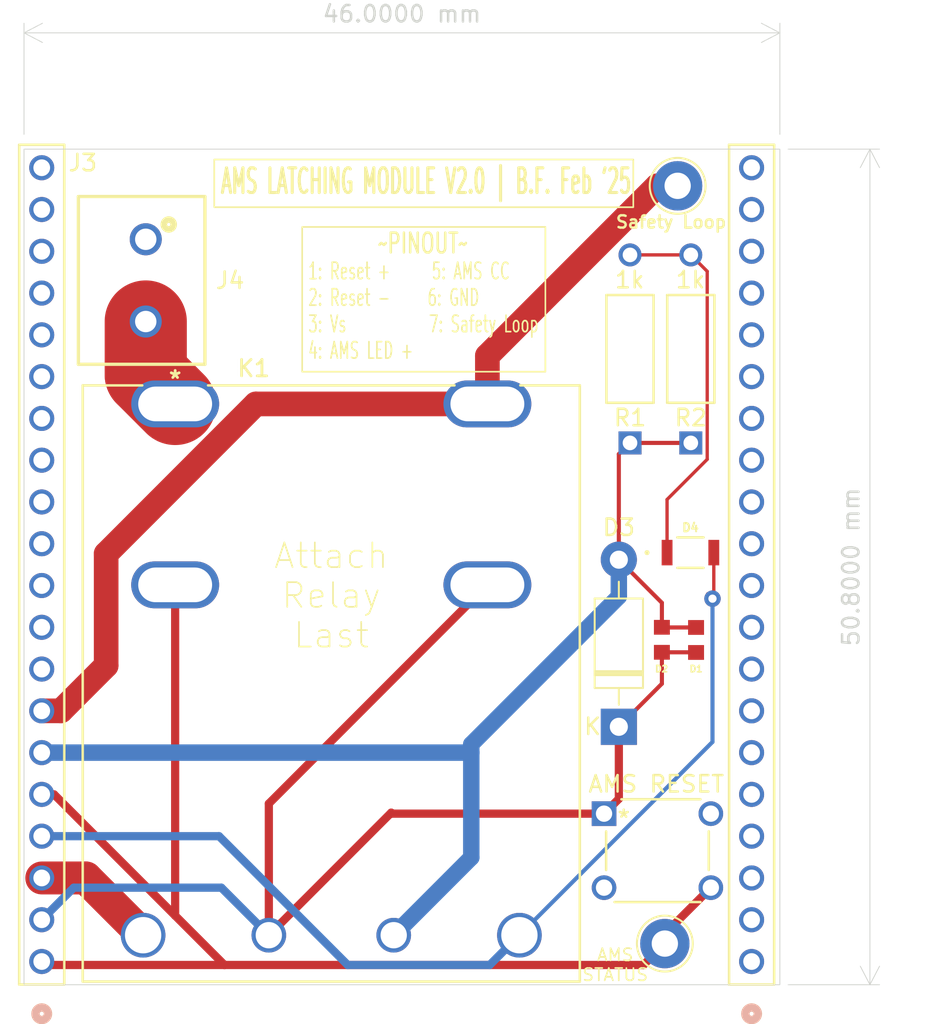
<source format=kicad_pcb>
(kicad_pcb (version 20240108) (generator "pcbnew") (generator_version "8.0")
  (layers (0 "F.Cu" signal) (31 "B.Cu" signal) (34 "B.Paste" user) (35 "F.Paste" user) (36 "B.SilkS" user "B.Silkscreen") (37 "F.SilkS" user "F.Silkscreen") (38 "B.Mask" user) (39 "F.Mask" user) (44 "Edge.Cuts" user))
  (net 0 "")
  (net 1 "/GND")
  (net 2 "Net-(D1-K)")
  (net 3 "Net-(D4-A)")
  (net 4 "/Vs")
  (net 5 "Net-(D4-K)")
  (net 11 "Net-(J3-Pad1)")
  (net 18 "Net-(J3-Pad7)")
  (net 22 "Net-(J4-Pad2)")
  (footprint "RMCF0603FT1K00:RESC1508X55N" (layer "F.Cu") (at 90.62 79.51 90)
    (property "Reference" "D1" (at -1.76 0 180) (layer "F.SilkS") (effects (font (size 0.393701 0.393701))))
    (property "Value" "D_Zener")
    (pad "1" smd rect (at -0.76 0 90) (size 0.9 0.97) (layers "F.Cu" "F.Paste" "F.Mask") (net 2 "Net-(D1-K)"))
    (pad "2" smd rect (at 0.76 0 90) (size 0.9 0.97) (layers "F.Cu" "F.Paste" "F.Mask") (net 1 "/GND"))
  )
  (footprint "RMCF0603FT1K00:RESC1508X55N" (layer "F.Cu") (at 88.54 79.5 90)
    (property "Reference" "D2" (at -1.77 -0.02 180) (layer "F.SilkS") (effects (font (size 0.393701 0.393701))))
    (property "Value" "D_Zener")
    (pad "1" smd rect (at -0.76 0 90) (size 0.9 0.97) (layers "F.Cu" "F.Paste" "F.Mask") (net 2 "Net-(D1-K)"))
    (pad "2" smd rect (at 0.76 0 90) (size 0.9 0.97) (layers "F.Cu" "F.Paste" "F.Mask") (net 1 "/GND"))
  )
  (footprint "TestPoint:TestPoint_Loop_D2.60mm_Drill1.6mm_Beaded" (layer "F.Cu") (at 89.5 51.9)
    (property "Reference" "Safety Loop" (at -0.4 2.2 0) (layer "F.SilkS") (effects (font (size 0.75 0.75))))
    (property "Value" "TestPoint")
    (fp_circle (center 0 0) (end 1.7 0) (stroke (width 0.12)) (fill none) (layer "F.SilkS"))
    (pad "1" thru_hole circle (at 0 0) (size 3 3) (drill 1.6) (layers "*.Cu" "*.Mask") (net 18 "Net-(J3-Pad7)"))
  )
  (footprint "PH1-20-UA:CONN_PH1-20-UA_ADM" (layer "F.Cu") (at 50.8 99.06 90)
    (property "Reference" "J3" (at 48.56 2.5 0) (layer "F.SilkS"))
    (property "Value" "PH1-20-UA")
    (fp_circle (center -3.175 0) (end -2.794 0) (stroke (width 0.508)) (fill none) (layer "B.SilkS"))
    (fp_line (start 49.657 -1.3716) (end -1.397 -1.3716) (stroke (width 0.1524)) (layer "F.SilkS"))
    (fp_line (start -1.397 -1.3716) (end -1.397 1.3716) (stroke (width 0.1524)) (layer "F.SilkS"))
    (fp_line (start 49.657 1.3716) (end 49.657 -1.3716) (stroke (width 0.1524)) (layer "F.SilkS"))
    (fp_line (start -1.397 1.3716) (end 49.657 1.3716) (stroke (width 0.1524)) (layer "F.SilkS"))
    (fp_circle (center -3.175 0) (end -2.794 0) (stroke (width 0.508)) (fill none) (layer "F.SilkS"))
    (pad "1" thru_hole circle (at 0 0 90) (size 1.524 1.524) (drill 1.016) (layers "*.Cu" "*.Mask") (net 11 "Net-(J3-Pad1)"))
    (pad "2" thru_hole circle (at 2.54 0 90) (size 1.524 1.524) (drill 1.016) (layers "*.Cu" "*.Mask") (net 2 "Net-(D1-K)"))
    (pad "3" thru_hole circle (at 5.08 0 90) (size 1.524 1.524) (drill 1.016) (layers "*.Cu" "*.Mask") (net 4 "/Vs"))
    (pad "4" thru_hole circle (at 7.62 0 90) (size 1.524 1.524) (drill 1.016) (layers "*.Cu" "*.Mask") (net 3 "Net-(D4-A)"))
    (pad "5" thru_hole circle (at 10.16 0 90) (size 1.524 1.524) (drill 1.016) (layers "*.Cu" "*.Mask") (net 11 "Net-(J3-Pad1)"))
    (pad "6" thru_hole circle (at 12.7 0 90) (size 1.524 1.524) (drill 1.016) (layers "*.Cu" "*.Mask") (net 1 "/GND"))
    (pad "7" thru_hole circle (at 15.24 0 90) (size 1.524 1.524) (drill 1.016) (layers "*.Cu" "*.Mask") (net 18 "Net-(J3-Pad7)"))
    (pad "8" thru_hole circle (at 17.78 0 90) (size 1.524 1.524) (drill 1.016) (layers "*.Cu" "*.Mask"))
    (pad "9" thru_hole circle (at 20.32 0 90) (size 1.524 1.524) (drill 1.016) (layers "*.Cu" "*.Mask"))
    (pad "10" thru_hole circle (at 22.86 0 90) (size 1.524 1.524) (drill 1.016) (layers "*.Cu" "*.Mask"))
    (pad "11" thru_hole circle (at 25.4 0 90) (size 1.524 1.524) (drill 1.016) (layers "*.Cu" "*.Mask"))
    (pad "12" thru_hole circle (at 27.94 0 90) (size 1.524 1.524) (drill 1.016) (layers "*.Cu" "*.Mask"))
    (pad "13" thru_hole circle (at 30.48 0 90) (size 1.524 1.524) (drill 1.016) (layers "*.Cu" "*.Mask"))
    (pad "14" thru_hole circle (at 33.02 0 90) (size 1.524 1.524) (drill 1.016) (layers "*.Cu" "*.Mask"))
    (pad "15" thru_hole circle (at 35.56 0 90) (size 1.524 1.524) (drill 1.016) (layers "*.Cu" "*.Mask"))
    (pad "16" thru_hole circle (at 38.1 0 90) (size 1.524 1.524) (drill 1.016) (layers "*.Cu" "*.Mask"))
    (pad "17" thru_hole circle (at 40.64 0 90) (size 1.524 1.524) (drill 1.016) (layers "*.Cu" "*.Mask"))
    (pad "18" thru_hole circle (at 43.18 0 90) (size 1.524 1.524) (drill 1.016) (layers "*.Cu" "*.Mask"))
    (pad "19" thru_hole circle (at 45.72 0 90) (size 1.524 1.524) (drill 1.016) (layers "*.Cu" "*.Mask"))
    (pad "20" thru_hole circle (at 48.26 0 90) (size 1.524 1.524) (drill 1.016) (layers "*.Cu" "*.Mask"))
  )
  (footprint "1825910-6:SW4_1825910-B_TEC" (layer "F.Cu") (at 91.52 94.570001)
    (property "Reference" "AMS RESET" (at -3.32 -6.300001 0) (layer "F.SilkS"))
    (property "Value" "Test Reset AMS")
    (fp_line (start -6.3742 -3.417961) (end -6.3742 -1.074702) (stroke (width 0.1524)) (layer "F.SilkS"))
    (fp_line (start -5.86236 0.874199) (end -0.63764 0.874199) (stroke (width 0.1524)) (layer "F.SilkS"))
    (fp_line (start -0.63764 -5.374201) (end -5.442292 -5.374201) (stroke (width 0.1524)) (layer "F.SilkS"))
    (fp_line (start -0.1258 -1.074702) (end -0.1258 -3.425299) (stroke (width 0.1524)) (layer "F.SilkS"))
    (fp_text user "*" (at -5.3 -4.200001 0) (layer "F.SilkS"))
    (pad "1" thru_hole rect (at -6.500001 -4.500001) (size 1.4986 1.4986) (drill 0.9906) (layers "*.Cu" "*.Mask") (net 2 "Net-(D1-K)"))
    (pad "2" thru_hole circle (at 0 -4.500001) (size 1.4986 1.4986) (drill 0.9906) (layers "*.Cu" "*.Mask"))
    (pad "3" thru_hole circle (at -6.500001 0) (size 1.4986 1.4986) (drill 0.9906) (layers "*.Cu" "*.Mask"))
    (pad "4" thru_hole circle (at 0 0) (size 1.4986 1.4986) (drill 0.9906) (layers "*.Cu" "*.Mask") (net 11 "Net-(J3-Pad1)"))
  )
  (footprint "AP3216SYD:LED_AP3216SYD_KNB-L" (layer "F.Cu") (at 90.2776 74.2)
    (property "Reference" "D4" (at 0 -1.5224 0) (layer "F.SilkS") (effects (font (size 0.5 0.5) (thickness 0.125))))
    (property "Value" "LED (Test)")
    (fp_line (start -0.796413 0.9271) (end 0.796413 0.9271) (stroke (width 0.1524)) (layer "F.SilkS"))
    (fp_line (start 0.796413 -0.9271) (end -0.796413 -0.9271) (stroke (width 0.1524)) (layer "F.SilkS"))
    (fp_circle (center -2.6416 0) (end -2.5654 0) (stroke (width 0.1524)) (fill none) (layer "F.SilkS"))
    (pad "1" smd rect (at -1.4224 0) (size 0.6604 1.5494) (layers "F.Cu" "F.Paste" "F.Mask") (net 5 "Net-(D4-K)"))
    (pad "2" smd rect (at 1.4224 0) (size 0.6604 1.5494) (layers "F.Cu" "F.Paste" "F.Mask") (net 3 "Net-(D4-A)"))
  )
  (footprint "AHES4291:AHES4_PAN" (layer "F.Cu") (at 58.919999 65.159998)
    (property "Reference" "K1" (at 4.780001 -2.159998 0) (layer "F.SilkS") (effects (font (thickness 0.17))))
    (property "Value" "AHES4291")
    (fp_line (start -5.6257 -1.126999) (end -5.6257 35.118801) (stroke (width 0.1524)) (layer "F.SilkS"))
    (fp_line (start -5.6257 35.118801) (end 24.6257 35.118801) (stroke (width 0.1524)) (layer "F.SilkS"))
    (fp_line (start -2.002004 -1.126999) (end -5.6257 -1.126999) (stroke (width 0.1524)) (layer "F.SilkS"))
    (fp_line (start 16.997994 -1.126999) (end 2.002006 -1.126999) (stroke (width 0.1524)) (layer "F.SilkS"))
    (fp_line (start 24.6257 -1.126999) (end 21.002004 -1.126999) (stroke (width 0.1524)) (layer "F.SilkS"))
    (fp_line (start 24.6257 35.118801) (end 24.6257 -1.126999) (stroke (width 0.1524)) (layer "F.SilkS"))
    (fp_text user "*" (at 0.000001 -1.489998 0) (layer "F.SilkS") (effects (font (thickness 0.17))))
    (pad "1" thru_hole oval (at 0.000001 0.000001) (size 5.35 2.85) (drill oval 4.4958 2.1082) (layers "*.Cu" "*.Mask") (net 22 "Net-(J4-Pad2)"))
    (pad "2" thru_hole oval (at 0.000001 11.000002) (size 5.35 2.85) (drill oval 4.4958 2.1082) (layers "*.Cu" "*.Mask") (net 11 "Net-(J3-Pad1)"))
    (pad "3" thru_hole circle (at -1.949999 32.300002) (size 2.7178 2.7178) (drill 2.2098) (layers "*.Cu" "*.Mask") (net 4 "/Vs"))
    (pad "4" thru_hole circle (at 5.700001 32.300002) (size 2.1082 2.1082) (drill 1.6002) (layers "*.Cu" "*.Mask") (net 2 "Net-(D1-K)"))
    (pad "5" thru_hole circle (at 13.300001 32.300002) (size 2.1082 2.1082) (drill 1.6002) (layers "*.Cu" "*.Mask") (net 1 "/GND"))
    (pad "6" thru_hole circle (at 20.950001 32.300002) (size 2.7178 2.7178) (drill 2.2098) (layers "*.Cu" "*.Mask") (net 3 "Net-(D4-A)"))
    (pad "7" thru_hole oval (at 18.999999 11.000002) (size 5.35 2.85) (drill oval 4.4958 2.1082) (layers "*.Cu" "*.Mask") (net 2 "Net-(D1-K)"))
    (pad "8" thru_hole oval (at 18.999999 0.000001) (size 5.35 2.85) (drill oval 4.4958 2.1082) (layers "*.Cu" "*.Mask") (net 18 "Net-(J3-Pad7)"))
  )
  (footprint "CF14JT10K0:STA_CF14_STP" (layer "F.Cu") (at 90.3 67.53 90)
    (property "Reference" "R2" (at 1.53 0 0) (layer "F.SilkS"))
    (property "Value" "1k")
    (fp_line (start 8.9916 -1.4351) (end 2.4384 -1.4351) (stroke (width 0.1524)) (layer "F.SilkS"))
    (fp_line (start 2.4384 -1.4351) (end 2.4384 1.4351) (stroke (width 0.1524)) (layer "F.SilkS"))
    (fp_line (start 8.9916 1.4351) (end 8.9916 -1.4351) (stroke (width 0.1524)) (layer "F.SilkS"))
    (fp_line (start 2.4384 1.4351) (end 8.9916 1.4351) (stroke (width 0.1524)) (layer "F.SilkS"))
    (pad "1" thru_hole rect (at 0 0 90) (size 1.397 1.397) (drill 0.889) (layers "*.Cu" "*.Mask") (net 1 "/GND"))
    (pad "2" thru_hole circle (at 11.43 0 90) (size 1.397 1.397) (drill 0.889) (layers "*.Cu" "*.Mask") (net 5 "Net-(D4-K)"))
  )
  (footprint "691137710002:691137710002" (layer "F.Cu") (at 57.13 57.65 -90)
    (property "Reference" "J4" (at 0 -5.135 180) (layer "F.SilkS"))
    (property "Value" "691137710002")
    (property "VALUE" "691137710002" (hide yes))
    (fp_line (start -5.1 4.1) (end -5.1 -3.6) (stroke (width 0.2)) (layer "F.SilkS"))
    (fp_line (start 5.1 4.1) (end -5.1 4.1) (stroke (width 0.2)) (layer "F.SilkS"))
    (fp_line (start -5.1 -3.6) (end 5.1 -3.6) (stroke (width 0.2)) (layer "F.SilkS"))
    (fp_line (start 5.1 -3.6) (end 5.1 4.1) (stroke (width 0.2)) (layer "F.SilkS"))
    (fp_circle (center -3.4 -1.4) (end -3.3 -1.4) (stroke (width 0.4)) (fill none) (layer "F.SilkS"))
    (pad "1" thru_hole circle (at -2.5 0 270) (size 1.95 1.95) (drill 1.3) (layers "*.Cu" "*.Mask"))
    (pad "2" thru_hole circle (at 2.5 0 270) (size 1.95 1.95) (drill 1.3) (layers "*.Cu" "*.Mask") (net 22 "Net-(J4-Pad2)"))
  )
  (footprint "TestPoint:TestPoint_Loop_D2.60mm_Drill1.6mm_Beaded" (layer "F.Cu") (at 88.72 97.97)
    (property "Reference" "TP1" (hide yes))
    (property "Value" "TestPoint")
    (fp_circle (center 0 0) (end 1.7 0) (stroke (width 0.12)) (fill none) (layer "F.SilkS"))
    (pad "1" thru_hole circle (at 0 0) (size 3 3) (drill 1.6) (layers "*.Cu" "*.Mask") (net 11 "Net-(J3-Pad1)"))
  )
  (footprint "CF14JT10K0:STA_CF14_STP" (layer "F.Cu") (at 86.6 67.53 90)
    (property "Reference" "R1" (at 1.53 0 0) (layer "F.SilkS"))
    (property "Value" "1k")
    (fp_line (start 8.9916 -1.4351) (end 2.4384 -1.4351) (stroke (width 0.1524)) (layer "F.SilkS"))
    (fp_line (start 2.4384 -1.4351) (end 2.4384 1.4351) (stroke (width 0.1524)) (layer "F.SilkS"))
    (fp_line (start 8.9916 1.4351) (end 8.9916 -1.4351) (stroke (width 0.1524)) (layer "F.SilkS"))
    (fp_line (start 2.4384 1.4351) (end 8.9916 1.4351) (stroke (width 0.1524)) (layer "F.SilkS"))
    (pad "1" thru_hole rect (at 0 0 90) (size 1.397 1.397) (drill 0.889) (layers "*.Cu" "*.Mask") (net 1 "/GND"))
    (pad "2" thru_hole circle (at 11.43 0 90) (size 1.397 1.397) (drill 0.889) (layers "*.Cu" "*.Mask") (net 5 "Net-(D4-K)"))
  )
  (footprint "PH1-20-UA:CONN_PH1-20-UA_ADM" (layer "F.Cu") (at 94 99.06 90)
    (property "Reference" "J2" (hide yes))
    (property "Value" "PH1-20-UA")
    (fp_circle (center -3.175 0) (end -2.794 0) (stroke (width 0.508)) (fill none) (layer "B.SilkS"))
    (fp_line (start 49.657 -1.3716) (end -1.397 -1.3716) (stroke (width 0.1524)) (layer "F.SilkS"))
    (fp_line (start -1.397 -1.3716) (end -1.397 1.3716) (stroke (width 0.1524)) (layer "F.SilkS"))
    (fp_line (start 49.657 1.3716) (end 49.657 -1.3716) (stroke (width 0.1524)) (layer "F.SilkS"))
    (fp_line (start -1.397 1.3716) (end 49.657 1.3716) (stroke (width 0.1524)) (layer "F.SilkS"))
    (fp_circle (center -3.175 0) (end -2.794 0) (stroke (width 0.508)) (fill none) (layer "F.SilkS"))
    (pad "1" thru_hole circle (at 0 0 90) (size 1.524 1.524) (drill 1.016) (layers "*.Cu" "*.Mask"))
    (pad "2" thru_hole circle (at 2.54 0 90) (size 1.524 1.524) (drill 1.016) (layers "*.Cu" "*.Mask"))
    (pad "3" thru_hole circle (at 5.08 0 90) (size 1.524 1.524) (drill 1.016) (layers "*.Cu" "*.Mask"))
    (pad "4" thru_hole circle (at 7.62 0 90) (size 1.524 1.524) (drill 1.016) (layers "*.Cu" "*.Mask"))
    (pad "5" thru_hole circle (at 10.16 0 90) (size 1.524 1.524) (drill 1.016) (layers "*.Cu" "*.Mask"))
    (pad "6" thru_hole circle (at 12.7 0 90) (size 1.524 1.524) (drill 1.016) (layers "*.Cu" "*.Mask"))
    (pad "7" thru_hole circle (at 15.24 0 90) (size 1.524 1.524) (drill 1.016) (layers "*.Cu" "*.Mask"))
    (pad "8" thru_hole circle (at 17.78 0 90) (size 1.524 1.524) (drill 1.016) (layers "*.Cu" "*.Mask"))
    (pad "9" thru_hole circle (at 20.32 0 90) (size 1.524 1.524) (drill 1.016) (layers "*.Cu" "*.Mask"))
    (pad "10" thru_hole circle (at 22.86 0 90) (size 1.524 1.524) (drill 1.016) (layers "*.Cu" "*.Mask"))
    (pad "11" thru_hole circle (at 25.4 0 90) (size 1.524 1.524) (drill 1.016) (layers "*.Cu" "*.Mask"))
    (pad "12" thru_hole circle (at 27.94 0 90) (size 1.524 1.524) (drill 1.016) (layers "*.Cu" "*.Mask"))
    (pad "13" thru_hole circle (at 30.48 0 90) (size 1.524 1.524) (drill 1.016) (layers "*.Cu" "*.Mask"))
    (pad "14" thru_hole circle (at 33.02 0 90) (size 1.524 1.524) (drill 1.016) (layers "*.Cu" "*.Mask"))
    (pad "15" thru_hole circle (at 35.56 0 90) (size 1.524 1.524) (drill 1.016) (layers "*.Cu" "*.Mask"))
    (pad "16" thru_hole circle (at 38.1 0 90) (size 1.524 1.524) (drill 1.016) (layers "*.Cu" "*.Mask"))
    (pad "17" thru_hole circle (at 40.64 0 90) (size 1.524 1.524) (drill 1.016) (layers "*.Cu" "*.Mask"))
    (pad "18" thru_hole circle (at 43.18 0 90) (size 1.524 1.524) (drill 1.016) (layers "*.Cu" "*.Mask"))
    (pad "19" thru_hole circle (at 45.72 0 90) (size 1.524 1.524) (drill 1.016) (layers "*.Cu" "*.Mask"))
    (pad "20" thru_hole circle (at 48.26 0 90) (size 1.524 1.524) (drill 1.016) (layers "*.Cu" "*.Mask"))
  )
  (footprint "Diode_THT:D_DO-41_SOD81_P10.16mm_Horizontal" (layer "F.Cu") (at 85.92 84.79 90)
    (property "Reference" "D3" (at 12.12 0 0) (layer "F.SilkS"))
    (property "Value" "1N4001")
    (fp_line (start 7.8 -1.47) (end 2.36 -1.47) (stroke (width 0.12)) (layer "F.SilkS"))
    (fp_line (start 3.38 -1.47) (end 3.38 1.47) (stroke (width 0.12)) (layer "F.SilkS"))
    (fp_line (start 3.26 -1.47) (end 3.26 1.47) (stroke (width 0.12)) (layer "F.SilkS"))
    (fp_line (start 3.14 -1.47) (end 3.14 1.47) (stroke (width 0.12)) (layer "F.SilkS"))
    (fp_line (start 2.36 -1.47) (end 2.36 1.47) (stroke (width 0.12)) (layer "F.SilkS"))
    (fp_line (start 8.82 0) (end 7.8 0) (stroke (width 0.12)) (layer "F.SilkS"))
    (fp_line (start 1.34 0) (end 2.36 0) (stroke (width 0.12)) (layer "F.SilkS"))
    (fp_line (start 7.8 1.47) (end 7.8 -1.47) (stroke (width 0.12)) (layer "F.SilkS"))
    (fp_line (start 2.36 1.47) (end 7.8 1.47) (stroke (width 0.12)) (layer "F.SilkS"))
    (fp_text user "K" (at 0.02 -1.6 180) (layer "F.SilkS"))
    (pad "1" thru_hole rect (at 0 0 90) (size 2.2 2.2) (drill 1.1) (layers "*.Cu" "*.Mask") (net 2 "Net-(D1-K)"))
    (pad "2" thru_hole oval (at 10.16 0 90) (size 2.2 2.2) (drill 1.1) (layers "*.Cu" "*.Mask") (net 1 "/GND"))
  )
  (gr_rect (start 61.3 50.3) (end 86.8 53.2) (stroke (width 0.1)) (fill none) (layer "F.SilkS"))
  (gr_rect (start 66.65 54.4) (end 81.45 63.2) (stroke (width 0.1)) (fill none) (layer "F.SilkS"))
  (gr_rect (start 49.72 49.67) (end 95.72 100.47) (stroke (width 0.05)) (fill none) (layer "Edge.Cuts"))
  (gr_text "AMS\nSTATUS" (at 85.7 100.3 0) (layer "F.SilkS") (effects (font (size 0.75 0.75) (thickness 0.1)) (justify bottom)))
  (gr_text "AMS LATCHING MODULE V2.0 | B.F. Feb '25" (at 61.6 52.5 0) (layer "F.SilkS") (effects (font (size 1.5 0.75) (thickness 0.1875) (bold yes)) (justify left bottom)))
  (gr_text "1k" (at 89.3 58.2 0) (layer "F.SilkS") (effects (font (size 1 1)) (justify left bottom)))
  (gr_text "~PINOUT~" (at 71.181191 56.1 0) (layer "F.SilkS") (effects (font (size 1.2 0.8) (thickness 0.15) (bold yes)) (justify left bottom)))
  (gr_text "Attach\nRelay\nLast" (at 68.419999 80.1 0) (layer "F.SilkS") (effects (font (size 1.5 1.5) (thickness 0.1)) (justify bottom)))
  (gr_text "1: Reset +	 5: AMS CC\n2: Reset -     6: GND\n3: Vs           7: Safety Loop\n4: AMS LED +" (at 66.959999 62.5 0) (layer "F.SilkS") (effects (font (size 1 0.6) (thickness 0.1)) (justify left bottom)))
  (gr_text "1k" (at 85.6 58.2 0) (layer "F.SilkS") (effects (font (size 1 1)) (justify left bottom)))
  (dimension (type aligned) (layer "Edge.Cuts") (pts (xy 95.72 49.67) (xy 95.72 100.47)) (height -5.48) (gr_text "50.8000 mm" (at 100.05 75.07 90) (layer "Edge.Cuts") (effects (font (size 1 1) (thickness 0.15)))) (format (prefix "") (suffix "") (units 3) (units_format 1) (precision 4)) (style (thickness 0.05) (arrow_length 1.27) (text_position_mode 0) (extension_height 0.58642) (extension_offset 0.5) keep_text_aligned))
  (dimension (type aligned) (layer "Edge.Cuts") (pts (xy 49.72 49.27) (xy 95.72 49.27)) (height -6.67) (gr_text "46.0000 mm" (at 72.72 41.45 0) (layer "Edge.Cuts") (effects (font (size 1 1) (thickness 0.15)))) (format (prefix "") (suffix "") (units 3) (units_format 1) (precision 4)) (style (thickness 0.05) (arrow_length 1.27) (text_position_mode 0) (extension_height 0.58642) (extension_offset 0.5) keep_text_aligned))
  (segment (start 88.54 77.25) (end 85.92 74.63) (width 0.25) (layer "F.Cu") (net 1))
  (segment (start 90.62 78.75) (end 88.55 78.75) (width 0.25) (layer "F.Cu") (net 1))
  (segment (start 85.92 74.63) (end 85.92 68.21) (width 0.25) (layer "F.Cu") (net 1))
  (segment (start 88.55 78.75) (end 88.54 78.74) (width 0.25) (layer "F.Cu") (net 1))
  (segment (start 86.6 67.53) (end 90.3 67.53) (width 0.25) (layer "F.Cu") (net 1))
  (segment (start 88.54 78.74) (end 88.54 77.25) (width 0.25) (layer "F.Cu") (net 1))
  (segment (start 85.92 68.21) (end 86.6 67.53) (width 0.25) (layer "F.Cu") (net 1))
  (segment (start 85.92 76.87) (end 85.92 74.63) (width 1) (layer "B.Cu") (net 1))
  (segment (start 76.94 86.36) (end 76.94 85.85) (width 1) (layer "B.Cu") (net 1))
  (segment (start 76.94 86.36) (end 76.94 92.74) (width 1) (layer "B.Cu") (net 1))
  (segment (start 76.94 92.74) (end 72.22 97.46) (width 1) (layer "B.Cu") (net 1))
  (segment (start 76.94 85.85) (end 85.92 76.87) (width 1) (layer "B.Cu") (net 1))
  (segment (start 76.94 86.36) (end 50.8 86.36) (width 1) (layer "B.Cu") (net 1))
  (segment (start 85.92 84.79) (end 85.92 89.169999) (width 0.5) (layer "F.Cu") (net 2))
  (segment (start 72.069401 90.010599) (end 72.128802 90.07) (width 0.5) (layer "F.Cu") (net 2))
  (segment (start 88.54 80.26) (end 90.61 80.26) (width 0.25) (layer "F.Cu") (net 2))
  (segment (start 88.54 82.17) (end 85.92 84.79) (width 0.25) (layer "F.Cu") (net 2))
  (segment (start 88.54 80.26) (end 88.54 82.17) (width 0.25) (layer "F.Cu") (net 2))
  (segment (start 64.62 97.46) (end 64.62 89.459998) (width 0.5) (layer "F.Cu") (net 2))
  (segment (start 85.92 89.169999) (end 85.019999 90.07) (width 0.5) (layer "F.Cu") (net 2))
  (segment (start 64.62 89.459998) (end 77.919998 76.16) (width 0.5) (layer "F.Cu") (net 2))
  (segment (start 90.61 80.26) (end 90.62 80.27) (width 0.5) (layer "F.Cu") (net 2))
  (segment (start 64.62 97.46) (end 72.069401 90.010599) (width 0.5) (layer "F.Cu") (net 2))
  (segment (start 72.128802 90.07) (end 85.019999 90.07) (width 0.5) (layer "F.Cu") (net 2))
  (segment (start 61.73 94.57) (end 52.75 94.57) (width 0.5) (layer "B.Cu") (net 2))
  (segment (start 64.62 97.46) (end 61.73 94.57) (width 0.5) (layer "B.Cu") (net 2))
  (segment (start 52.75 94.57) (end 50.8 96.52) (width 0.5) (layer "B.Cu") (net 2))
  (segment (start 91.7 76.92) (end 91.62 77) (width 0.2) (layer "F.Cu") (net 3))
  (segment (start 91.62 77) (end 91.3448 76.7248) (width 0.25) (layer "F.Cu") (net 3))
  (segment (start 91.7 74.2) (end 91.7 76.92) (width 0.2) (layer "F.Cu") (net 3))
  (via (at 91.62 77) (size 1) (drill 0.5) (layers "F.Cu" "B.Cu") (net 3))
  (segment (start 91.62 85.71) (end 79.87 97.46) (width 0.25) (layer "B.Cu") (net 3))
  (segment (start 79.87 97.46) (end 79.87 96.44) (width 0.25) (layer "B.Cu") (net 3))
  (segment (start 91.62 85.71) (end 91.62 77) (width 0.25) (layer "B.Cu") (net 3))
  (segment (start 50.8 91.44) (end 61.59 91.44) (width 0.5) (layer "B.Cu") (net 3))
  (segment (start 78.06 99.27) (end 79.87 97.46) (width 0.5) (layer "B.Cu") (net 3))
  (segment (start 61.59 91.44) (end 69.42 99.27) (width 0.5) (layer "B.Cu") (net 3))
  (segment (start 69.42 99.27) (end 78.06 99.27) (width 0.5) (layer "B.Cu") (net 3))
  (segment (start 53.49 93.98) (end 50.8 93.98) (width 2) (layer "F.Cu") (net 4))
  (segment (start 56.97 97.46) (end 53.49 93.98) (width 2) (layer "F.Cu") (net 4))
  (segment (start 88.8552 70.9718) (end 91.2985 68.5285) (width 0.2) (layer "F.Cu") (net 5))
  (segment (start 88.8552 74.2) (end 88.8552 70.9718) (width 0.2) (layer "F.Cu") (net 5))
  (segment (start 91.2985 68.5285) (end 91.2985 57.0985) (width 0.2) (layer "F.Cu") (net 5))
  (segment (start 90.3 56.1) (end 86.6 56.1) (width 0.2) (layer "F.Cu") (net 5))
  (segment (start 91.2985 57.0985) (end 90.3 56.1) (width 0.2) (layer "F.Cu") (net 5))
  (segment (start 88.72 97.97) (end 88.72 97.370001) (width 0.5) (layer "F.Cu") (net 11))
  (segment (start 61.92 99.27) (end 87.42 99.27) (width 0.5) (layer "F.Cu") (net 11))
  (segment (start 88.72 97.370001) (end 91.52 94.570001) (width 0.5) (layer "F.Cu") (net 11))
  (segment (start 87.42 99.27) (end 88.72 97.97) (width 0.5) (layer "F.Cu") (net 11))
  (segment (start 58.92 76.16) (end 58.92 96.27) (width 0.5) (layer "F.Cu") (net 11))
  (segment (start 61.92 99.27) (end 51.01 99.27) (width 0.5) (layer "F.Cu") (net 11))
  (segment (start 51.55 88.9) (end 58.92 96.27) (width 0.5) (layer "F.Cu") (net 11))
  (segment (start 50.8 88.9) (end 51.55 88.9) (width 0.5) (layer "F.Cu") (net 11))
  (segment (start 58.92 96.27) (end 61.92 99.27) (width 0.5) (layer "F.Cu") (net 11))
  (segment (start 51.01 99.27) (end 50.8 99.06) (width 0.5) (layer "F.Cu") (net 11))
  (segment (start 77.919998 62.234999) (end 88.254997 51.9) (width 1.5) (layer "F.Cu") (net 18))
  (segment (start 88.254997 51.9) (end 89.5 51.9) (width 1.5) (layer "F.Cu") (net 18))
  (segment (start 54.72 74.27) (end 54.72 81.07) (width 1.5) (layer "F.Cu") (net 18))
  (segment (start 51.97 83.82) (end 50.8 83.82) (width 1.5) (layer "F.Cu") (net 18))
  (segment (start 54.72 81.07) (end 51.97 83.82) (width 1.5) (layer "F.Cu") (net 18))
  (segment (start 77.919998 65.159999) (end 77.919998 62.234999) (width 1.5) (layer "F.Cu") (net 18))
  (segment (start 63.830001 65.159999) (end 54.72 74.27) (width 1.5) (layer "F.Cu") (net 18))
  (segment (start 77.919998 65.159999) (end 63.830001 65.159999) (width 1.5) (layer "F.Cu") (net 18))
  (segment (start 57.13 63.369999) (end 58.92 65.159999) (width 5) (layer "F.Cu") (net 22))
  (segment (start 57.13 60.15) (end 57.13 63.369999) (width 5) (layer "F.Cu") (net 22))
)
</source>
